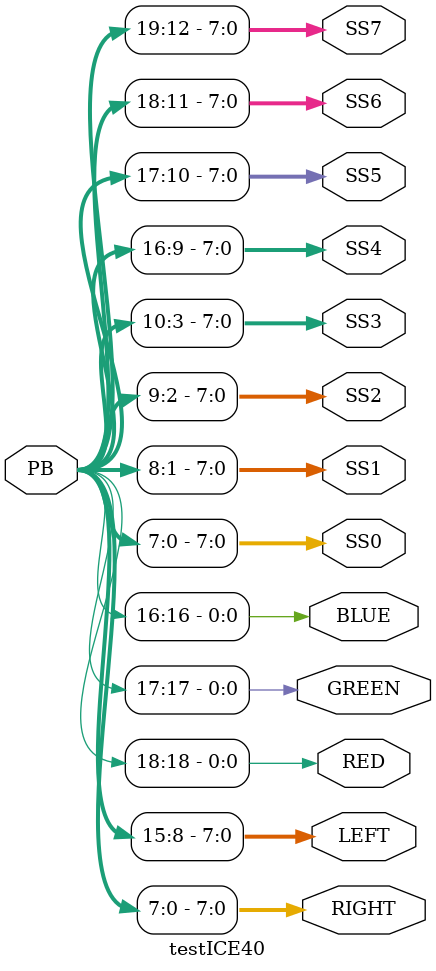
<source format=v>
`default_nettype none
module testICE40(input wire [19:0] PB,
                output wire [7:0] RIGHT,LEFT,
                output wire RED,GREEN,BLUE,
                output wire [7:0] SS0,SS1,SS2,
                SS3,SS4,SS5,SS6,SS7);
    assign RIGHT=PB[7:0];
    assign LEFT=PB[15:8];
    assign {RED,GREEN,BLUE}=PB[18:16];
    assign SS0=PB[7:0];
    assign SS1=PB[8:1];
    assign SS2=PB[9:2];
    assign SS3=PB[10:3];
    assign SS4=PB[16:9];
    assign SS5=PB[17:10];
    assign SS6=PB[18:11];
    assign SS7=PB[19:12];
endmodule

</source>
